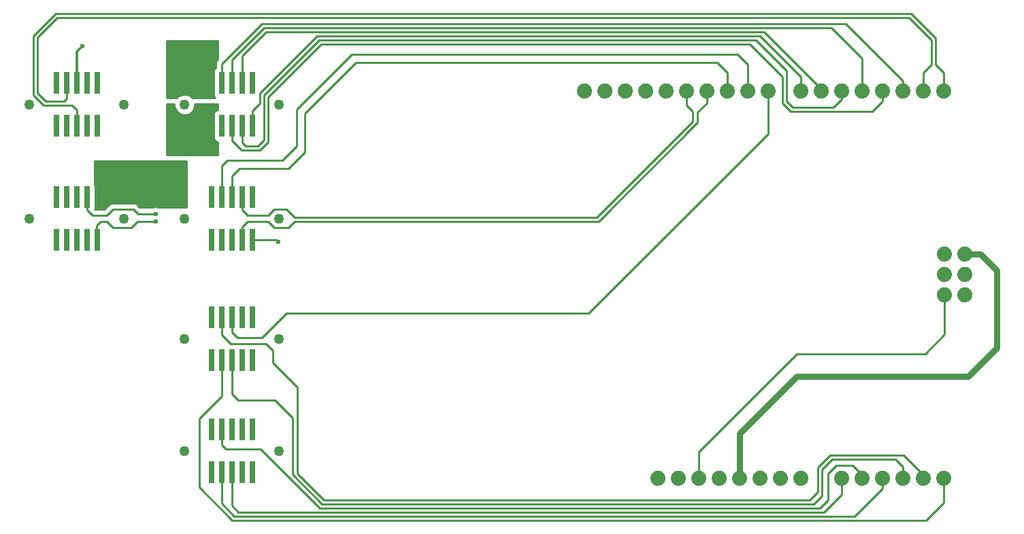
<source format=gtl>
G04 #@! TF.FileFunction,Copper,L1,Top,Signal*
%FSLAX46Y46*%
G04 Gerber Fmt 4.6, Leading zero omitted, Abs format (unit mm)*
G04 Created by KiCad (PCBNEW 4.0.2+dfsg1-stable) date vie 26 may 2017 18:32:50 CEST*
%MOMM*%
G01*
G04 APERTURE LIST*
%ADD10C,0.100000*%
%ADD11C,0.600000*%
%ADD12C,1.879600*%
%ADD13R,0.740000X2.790000*%
%ADD14C,1.270000*%
%ADD15C,0.250000*%
%ADD16C,0.254000*%
%ADD17C,0.800000*%
%ADD18C,0.300000*%
G04 APERTURE END LIST*
D10*
D11*
X116878100Y-63982600D03*
X110909100Y-65506600D03*
X111925100Y-67411600D03*
X114338100Y-65506600D03*
X109258100Y-65506600D03*
X113576100Y-67411600D03*
X115354100Y-63982600D03*
X112306100Y-63728600D03*
X113830100Y-63728600D03*
X115227100Y-67411600D03*
X115862100Y-65506600D03*
X112560100Y-65506600D03*
X107734100Y-63728600D03*
X110782100Y-63728600D03*
X109258100Y-63728600D03*
X120815100Y-61315600D03*
X118783100Y-61315600D03*
X116243100Y-61315600D03*
X116243100Y-59029600D03*
X118783100Y-59029600D03*
X118783100Y-57251600D03*
X116243100Y-57251600D03*
X116243100Y-54203600D03*
X118783100Y-54203600D03*
X121069100Y-48615600D03*
X118783100Y-48615600D03*
X116243100Y-48615600D03*
X118783100Y-51409600D03*
X116243100Y-51409600D03*
D12*
X196761100Y-54203600D03*
X199301100Y-54203600D03*
X201841100Y-54203600D03*
X204381100Y-54203600D03*
X206921100Y-54203600D03*
X209461100Y-54203600D03*
X212001100Y-54203600D03*
X194221100Y-54203600D03*
X174917100Y-54203600D03*
X177457100Y-54203600D03*
X179997100Y-54203600D03*
X182537100Y-54203600D03*
X185077100Y-54203600D03*
X187617100Y-54203600D03*
X190157100Y-54203600D03*
X172377100Y-54203600D03*
X169837100Y-54203600D03*
X167297100Y-54203600D03*
X201841100Y-102463600D03*
X204381100Y-102463600D03*
X206921100Y-102463600D03*
X209461100Y-102463600D03*
X212001100Y-102463600D03*
X199301100Y-102463600D03*
X181521100Y-102463600D03*
X184061100Y-102463600D03*
X186601100Y-102463600D03*
X189141100Y-102463600D03*
X191681100Y-102463600D03*
X194221100Y-102463600D03*
X178981100Y-102463600D03*
X176441100Y-102463600D03*
X214668100Y-79603600D03*
X212128100Y-79603600D03*
X214668100Y-77063600D03*
X212128100Y-77063600D03*
X214668100Y-74523600D03*
X212128100Y-74523600D03*
D13*
X124714000Y-82430000D03*
X124714000Y-87750000D03*
X123444000Y-82430000D03*
X123444000Y-87750000D03*
X120904000Y-87750000D03*
X120904000Y-82430000D03*
X122174000Y-87750000D03*
X122174000Y-82430000D03*
X125984000Y-82430000D03*
X125984000Y-87750000D03*
D14*
X117574000Y-85090000D03*
X129314000Y-85090000D03*
D13*
X124714000Y-96400000D03*
X124714000Y-101720000D03*
X123444000Y-96400000D03*
X123444000Y-101720000D03*
X120904000Y-101720000D03*
X120904000Y-96400000D03*
X122174000Y-101720000D03*
X122174000Y-96400000D03*
X125984000Y-96400000D03*
X125984000Y-101720000D03*
D14*
X117574000Y-99060000D03*
X129314000Y-99060000D03*
D13*
X105410000Y-67444000D03*
X105410000Y-72764000D03*
X104140000Y-67444000D03*
X104140000Y-72764000D03*
X101600000Y-72764000D03*
X101600000Y-67444000D03*
X102870000Y-72764000D03*
X102870000Y-67444000D03*
X106680000Y-67444000D03*
X106680000Y-72764000D03*
D14*
X98270000Y-70104000D03*
X110010000Y-70104000D03*
D13*
X124714000Y-67444000D03*
X124714000Y-72764000D03*
X123444000Y-67444000D03*
X123444000Y-72764000D03*
X120904000Y-72764000D03*
X120904000Y-67444000D03*
X122174000Y-72764000D03*
X122174000Y-67444000D03*
X125984000Y-67444000D03*
X125984000Y-72764000D03*
D14*
X117574000Y-70104000D03*
X129314000Y-70104000D03*
D13*
X124714000Y-53220000D03*
X124714000Y-58540000D03*
X123444000Y-53220000D03*
X123444000Y-58540000D03*
X120904000Y-58540000D03*
X120904000Y-53220000D03*
X122174000Y-58540000D03*
X122174000Y-53220000D03*
X125984000Y-53220000D03*
X125984000Y-58540000D03*
D14*
X117574000Y-55880000D03*
X129314000Y-55880000D03*
D13*
X105410000Y-53220000D03*
X105410000Y-58540000D03*
X104140000Y-53220000D03*
X104140000Y-58540000D03*
X101600000Y-58540000D03*
X101600000Y-53220000D03*
X102870000Y-58540000D03*
X102870000Y-53220000D03*
X106680000Y-53220000D03*
X106680000Y-58540000D03*
D14*
X98270000Y-55880000D03*
X110010000Y-55880000D03*
D11*
X113957100Y-69570600D03*
X113957100Y-70459600D03*
X129197100Y-72999600D03*
X104813100Y-48615600D03*
D15*
X124117100Y-84937600D02*
X127165100Y-84937600D01*
X124117100Y-84937600D02*
X123444000Y-84264500D01*
X123444000Y-82430000D02*
X123444000Y-84264500D01*
X130213100Y-81889600D02*
X167805100Y-81889600D01*
X127165100Y-84937600D02*
X130213100Y-81889600D01*
X190157100Y-59537600D02*
X167805100Y-81889600D01*
X190157100Y-54203600D02*
X190157100Y-59537600D01*
X195834000Y-105664000D02*
X187198000Y-105664000D01*
X206921100Y-101003100D02*
X205994000Y-100076000D01*
X205994000Y-100076000D02*
X198120000Y-100076000D01*
X198120000Y-100076000D02*
X196850000Y-101346000D01*
X196850000Y-101346000D02*
X196850000Y-104648000D01*
X196850000Y-104648000D02*
X195834000Y-105664000D01*
X187198000Y-105664000D02*
X134683500Y-105664000D01*
X134683500Y-105664000D02*
X130975100Y-101955600D01*
X130975100Y-101955600D02*
X130975100Y-94907100D01*
X130975100Y-94907100D02*
X128778000Y-92710000D01*
X128778000Y-92710000D02*
X124206000Y-92710000D01*
X124206000Y-92710000D02*
X123444000Y-91948000D01*
X123444000Y-87750000D02*
X123444000Y-91948000D01*
X206921100Y-101003100D02*
X206921100Y-102463600D01*
X209804000Y-107696000D02*
X201168000Y-107696000D01*
X212001100Y-105498900D02*
X209804000Y-107696000D01*
X201168000Y-107696000D02*
X123507500Y-107696000D01*
X123507500Y-107696000D02*
X119380000Y-103568500D01*
X119380000Y-103568500D02*
X119380000Y-94996000D01*
X119380000Y-94996000D02*
X122174000Y-92202000D01*
X122174000Y-87750000D02*
X122174000Y-92202000D01*
X212001100Y-105498900D02*
X212001100Y-102463600D01*
X131578350Y-91128850D02*
X131578350Y-91541600D01*
X131578350Y-91541600D02*
X131578350Y-101860350D01*
X131578350Y-91128850D02*
X131483100Y-91033600D01*
X131578350Y-91128850D02*
X131483100Y-91033600D01*
X131483100Y-91033600D02*
X128524000Y-88074500D01*
X123291600Y-85699600D02*
X122174000Y-84582000D01*
X122174000Y-84582000D02*
X122174000Y-82430000D01*
X128524000Y-88074500D02*
X128524000Y-86550500D01*
X128524000Y-86550500D02*
X127673100Y-85699600D01*
X127673100Y-85699600D02*
X123291600Y-85699600D01*
X147066000Y-105156000D02*
X138430000Y-105156000D01*
X138430000Y-105156000D02*
X134874000Y-105156000D01*
X207010000Y-99568000D02*
X197866000Y-99568000D01*
X197866000Y-99568000D02*
X196342000Y-101092000D01*
X196342000Y-101092000D02*
X196342000Y-104140000D01*
X196342000Y-104140000D02*
X195326000Y-105156000D01*
X195326000Y-105156000D02*
X147066000Y-105156000D01*
X209461100Y-102019100D02*
X207010000Y-99568000D01*
X134874000Y-105156000D02*
X131578350Y-101860350D01*
X131578350Y-101860350D02*
X131572000Y-101854000D01*
X209461100Y-102463600D02*
X209461100Y-102019100D01*
X209461100Y-102463600D02*
X209461100Y-102273100D01*
X197104000Y-106680000D02*
X188468000Y-106680000D01*
X199301100Y-104482900D02*
X197104000Y-106680000D01*
X188468000Y-106680000D02*
X124269500Y-106680000D01*
X124269500Y-106680000D02*
X123444000Y-105854500D01*
X123444000Y-101720000D02*
X123444000Y-105854500D01*
X199301100Y-104482900D02*
X199301100Y-102463600D01*
X200914000Y-107188000D02*
X192278000Y-107188000D01*
X200914000Y-107188000D02*
X204381100Y-103720900D01*
X204381100Y-102463600D02*
X204381100Y-103720900D01*
X122174000Y-105600500D02*
X123761500Y-107188000D01*
X123761500Y-107188000D02*
X192278000Y-107188000D01*
X122174000Y-105600500D02*
X122174000Y-101720000D01*
X196596000Y-106172000D02*
X187960000Y-106172000D01*
X197612000Y-105156000D02*
X196596000Y-106172000D01*
X197612000Y-101854000D02*
X197612000Y-105156000D01*
X198628000Y-100838000D02*
X197612000Y-101854000D01*
X200660000Y-100838000D02*
X198628000Y-100838000D01*
X201841100Y-102019100D02*
X200660000Y-100838000D01*
X122174000Y-98298000D02*
X122174000Y-96400000D01*
X122682000Y-98806000D02*
X122174000Y-98298000D01*
X127063500Y-98806000D02*
X122682000Y-98806000D01*
X134429500Y-106172000D02*
X127063500Y-98806000D01*
X187960000Y-106172000D02*
X134429500Y-106172000D01*
X201841100Y-102463600D02*
X201841100Y-102019100D01*
X122174000Y-97790000D02*
X122174000Y-96400000D01*
D16*
X111798100Y-69570600D02*
X113957100Y-69570600D01*
X106083100Y-69697600D02*
X105410000Y-69024500D01*
X105410000Y-67444000D02*
X105410000Y-69024500D01*
X111798100Y-69570600D02*
X111163100Y-68935600D01*
X111163100Y-68935600D02*
X108623100Y-68935600D01*
X107861100Y-69697600D02*
X106083100Y-69697600D01*
X108623100Y-68935600D02*
X107861100Y-69697600D01*
X113957100Y-69570600D02*
X113957100Y-69570600D01*
D15*
X113957100Y-69570600D02*
X113957100Y-69570600D01*
D16*
X106591100Y-72852900D02*
X106591100Y-70967600D01*
X106591100Y-70967600D02*
X107099100Y-70459600D01*
X107099100Y-70459600D02*
X107861100Y-70459600D01*
X107861100Y-70459600D02*
X108623100Y-71221600D01*
X108623100Y-71221600D02*
X110909100Y-71221600D01*
X110909100Y-71221600D02*
X111671100Y-70459600D01*
X111671100Y-70459600D02*
X113957100Y-70459600D01*
X168821100Y-69951600D02*
X131229100Y-69951600D01*
X131229100Y-69951600D02*
X130213100Y-68935600D01*
X130213100Y-68935600D02*
X128689100Y-68935600D01*
X128689100Y-68935600D02*
X127927100Y-69697600D01*
X127927100Y-69697600D02*
X125387100Y-69697600D01*
X125387100Y-69697600D02*
X124714000Y-69024500D01*
X124714000Y-69024500D02*
X124714000Y-67444000D01*
X180759100Y-58013600D02*
X168821100Y-69951600D01*
D15*
X180759100Y-58013600D02*
X180759100Y-56743600D01*
X179997100Y-55981600D02*
X179997100Y-54203600D01*
X180759100Y-56743600D02*
X179997100Y-55981600D01*
X180759100Y-58013600D02*
X180759100Y-58013600D01*
D16*
X169075100Y-70459600D02*
X131229100Y-70459600D01*
D15*
X169075100Y-70459600D02*
X181394100Y-58140600D01*
X181394100Y-58140600D02*
X181394100Y-56870600D01*
X182537100Y-54457600D02*
X182537100Y-55727600D01*
X181394100Y-56870600D02*
X182537100Y-55727600D01*
D16*
X124714000Y-71132700D02*
X124714000Y-72764000D01*
X125387100Y-70459600D02*
X124714000Y-71132700D01*
X127927100Y-70459600D02*
X125387100Y-70459600D01*
X128689100Y-71221600D02*
X127927100Y-70459600D01*
X130467100Y-71221600D02*
X128689100Y-71221600D01*
X131229100Y-70459600D02*
X130467100Y-71221600D01*
D15*
X182283100Y-54457600D02*
X182537100Y-54203600D01*
X185077100Y-54203600D02*
X185077100Y-51917600D01*
X123444000Y-64782700D02*
X123444000Y-67444000D01*
X124371100Y-63855600D02*
X123444000Y-64782700D01*
X130467100Y-63855600D02*
X124371100Y-63855600D01*
X132499100Y-61823600D02*
X130467100Y-63855600D01*
X132499100Y-56997600D02*
X132499100Y-61823600D01*
X138849100Y-50647600D02*
X132499100Y-56997600D01*
X183807100Y-50647600D02*
X138849100Y-50647600D01*
X185077100Y-51917600D02*
X183807100Y-50647600D01*
X187617100Y-54203600D02*
X187617100Y-50901600D01*
X122174000Y-63512700D02*
X122174000Y-67444000D01*
X122847100Y-62839600D02*
X122174000Y-63512700D01*
X129705100Y-62839600D02*
X122847100Y-62839600D01*
X131483100Y-61061600D02*
X129705100Y-62839600D01*
X131483100Y-56489600D02*
X131483100Y-61061600D01*
X138341100Y-49631600D02*
X131483100Y-56489600D01*
X186347100Y-49631600D02*
X138341100Y-49631600D01*
X187617100Y-50901600D02*
X186347100Y-49631600D01*
D16*
X127400700Y-72764000D02*
X128961500Y-72764000D01*
X126892700Y-72764000D02*
X125984000Y-72764000D01*
X126892700Y-72764000D02*
X127400700Y-72764000D01*
X128961500Y-72764000D02*
X129197100Y-72999600D01*
D15*
X196761100Y-54203600D02*
X196761100Y-53949600D01*
X124714000Y-49796700D02*
X124714000Y-53220000D01*
X127673100Y-46837600D02*
X124714000Y-49796700D01*
X189649100Y-46837600D02*
X127673100Y-46837600D01*
X196761100Y-53949600D02*
X189649100Y-46837600D01*
X127419100Y-55727600D02*
X127419100Y-54711600D01*
X199301100Y-55219600D02*
X198285100Y-56235600D01*
X198285100Y-56235600D02*
X193205100Y-56235600D01*
X193205100Y-56235600D02*
X192443100Y-55473600D01*
X192443100Y-55473600D02*
X192443100Y-51663600D01*
X192443100Y-51663600D02*
X188633100Y-47853600D01*
X188633100Y-47853600D02*
X136309100Y-47853600D01*
X127419100Y-55727600D02*
X127419100Y-60299600D01*
X127419100Y-60299600D02*
X126657100Y-61061600D01*
X126657100Y-61061600D02*
X125133100Y-61061600D01*
X125133100Y-61061600D02*
X124714000Y-60642500D01*
X124714000Y-58540000D02*
X124714000Y-60642500D01*
X199301100Y-55219600D02*
X199301100Y-54203600D01*
X134277100Y-47853600D02*
X136309100Y-47853600D01*
X127419100Y-54711600D02*
X134277100Y-47853600D01*
X123444000Y-53220000D02*
X123444000Y-50304700D01*
X201841100Y-50139600D02*
X201841100Y-54203600D01*
X198031100Y-46329600D02*
X201841100Y-50139600D01*
X127419100Y-46329600D02*
X198031100Y-46329600D01*
X123444000Y-50304700D02*
X127419100Y-46329600D01*
X127927100Y-55727600D02*
X127927100Y-54965600D01*
X204381100Y-55473600D02*
X203111100Y-56743600D01*
X203111100Y-56743600D02*
X192951100Y-56743600D01*
X192951100Y-56743600D02*
X191935100Y-55727600D01*
X191935100Y-55727600D02*
X191935100Y-52425600D01*
X191935100Y-52425600D02*
X187871100Y-48361600D01*
X187871100Y-48361600D02*
X136309100Y-48361600D01*
X127927100Y-55727600D02*
X127927100Y-60553600D01*
X127927100Y-60553600D02*
X126911100Y-61569600D01*
X126911100Y-61569600D02*
X124625100Y-61569600D01*
X124625100Y-61569600D02*
X123444000Y-60388500D01*
X123444000Y-58540000D02*
X123444000Y-60388500D01*
X204381100Y-55473600D02*
X204381100Y-54203600D01*
X134531100Y-48361600D02*
X136309100Y-48361600D01*
X127927100Y-54965600D02*
X134531100Y-48361600D01*
D17*
X186601100Y-102463600D02*
X186601100Y-96875600D01*
X216573100Y-74523600D02*
X214668100Y-74523600D01*
X218605100Y-76555600D02*
X216573100Y-74523600D01*
X218605100Y-86207600D02*
X218605100Y-76555600D01*
X215049100Y-89763600D02*
X218605100Y-86207600D01*
X193713100Y-89763600D02*
X215049100Y-89763600D01*
X186601100Y-96875600D02*
X193713100Y-89763600D01*
D15*
X206921100Y-54203600D02*
X206921100Y-52933600D01*
X122174000Y-50812700D02*
X122174000Y-53220000D01*
X127165100Y-45821600D02*
X122174000Y-50812700D01*
X199809100Y-45821600D02*
X127165100Y-45821600D01*
X206921100Y-52933600D02*
X199809100Y-45821600D01*
X136055100Y-47345600D02*
X134023100Y-47345600D01*
X194221100Y-52425600D02*
X189141100Y-47345600D01*
X189141100Y-47345600D02*
X136055100Y-47345600D01*
X194221100Y-54203600D02*
X194221100Y-52425600D01*
X126911100Y-55727600D02*
X125984000Y-56654700D01*
X125984000Y-56654700D02*
X125984000Y-58540000D01*
X126911100Y-54457600D02*
X126911100Y-55727600D01*
X134023100Y-47345600D02*
X126911100Y-54457600D01*
D18*
X104140000Y-49288700D02*
X104140000Y-53220000D01*
X104813100Y-48615600D02*
X104140000Y-49288700D01*
D15*
X181521100Y-102463600D02*
X181521100Y-99161600D01*
X181521100Y-99161600D02*
X193713100Y-86969600D01*
X193713100Y-86969600D02*
X209715100Y-86969600D01*
X209715100Y-86969600D02*
X212128100Y-84556600D01*
X212128100Y-84556600D02*
X212128100Y-79603600D01*
X210985100Y-50901600D02*
X212001100Y-51917600D01*
X210985100Y-47599600D02*
X207937100Y-44551600D01*
X207937100Y-44551600D02*
X101511100Y-44551600D01*
X101511100Y-44551600D02*
X98717100Y-47345600D01*
X98717100Y-47345600D02*
X98717100Y-54711600D01*
X98717100Y-54711600D02*
X99987100Y-55981600D01*
X99987100Y-55981600D02*
X103543100Y-55981600D01*
X103543100Y-55981600D02*
X104140000Y-56578500D01*
X104140000Y-58540000D02*
X104140000Y-56578500D01*
X210985100Y-50901600D02*
X210985100Y-47599600D01*
X212001100Y-51917600D02*
X212001100Y-53949600D01*
X212255100Y-53949600D02*
X212001100Y-54203600D01*
X102870000Y-53220000D02*
X102870000Y-55130700D01*
X209461100Y-51917600D02*
X209461100Y-54203600D01*
X210477100Y-50901600D02*
X209461100Y-51917600D01*
X210477100Y-47853600D02*
X210477100Y-50901600D01*
X207683100Y-45059600D02*
X210477100Y-47853600D01*
X101707102Y-45059600D02*
X207683100Y-45059600D01*
X99225100Y-47541602D02*
X101707102Y-45059600D01*
X99225100Y-54457600D02*
X99225100Y-47541602D01*
X100241100Y-55473600D02*
X99225100Y-54457600D01*
X102527100Y-55473600D02*
X100241100Y-55473600D01*
X102870000Y-55130700D02*
X102527100Y-55473600D01*
D16*
G36*
X121704100Y-50207798D02*
X121636599Y-50275299D01*
X121471852Y-50521861D01*
X121414000Y-50812700D01*
X121414000Y-51321374D01*
X121352559Y-51360910D01*
X121207569Y-51573110D01*
X121156560Y-51825000D01*
X121156560Y-54615000D01*
X121200838Y-54850317D01*
X121339910Y-55066441D01*
X121378195Y-55092600D01*
X118582460Y-55092600D01*
X118294337Y-54803974D01*
X117827727Y-54610221D01*
X117322490Y-54609780D01*
X116855542Y-54802718D01*
X116565154Y-55092600D01*
X115354100Y-55092600D01*
X115354100Y-47980600D01*
X121704100Y-47980600D01*
X121704100Y-50207798D01*
X121704100Y-50207798D01*
G37*
X121704100Y-50207798D02*
X121636599Y-50275299D01*
X121471852Y-50521861D01*
X121414000Y-50812700D01*
X121414000Y-51321374D01*
X121352559Y-51360910D01*
X121207569Y-51573110D01*
X121156560Y-51825000D01*
X121156560Y-54615000D01*
X121200838Y-54850317D01*
X121339910Y-55066441D01*
X121378195Y-55092600D01*
X118582460Y-55092600D01*
X118294337Y-54803974D01*
X117827727Y-54610221D01*
X117322490Y-54609780D01*
X116855542Y-54802718D01*
X116565154Y-55092600D01*
X115354100Y-55092600D01*
X115354100Y-47980600D01*
X121704100Y-47980600D01*
X121704100Y-50207798D01*
G36*
X116303780Y-56131510D02*
X116496718Y-56598458D01*
X116853663Y-56956026D01*
X117320273Y-57149779D01*
X117825510Y-57150220D01*
X118292458Y-56957282D01*
X118650026Y-56600337D01*
X118843779Y-56133727D01*
X118844023Y-55854600D01*
X121704100Y-55854600D01*
X121704100Y-56516358D01*
X121568683Y-56541838D01*
X121352559Y-56680910D01*
X121207569Y-56893110D01*
X121156560Y-57145000D01*
X121156560Y-59935000D01*
X121200838Y-60170317D01*
X121339910Y-60386441D01*
X121552110Y-60531431D01*
X121704100Y-60562210D01*
X121704100Y-62204600D01*
X115354100Y-62204600D01*
X115354100Y-55854600D01*
X116304022Y-55854600D01*
X116303780Y-56131510D01*
X116303780Y-56131510D01*
G37*
X116303780Y-56131510D02*
X116496718Y-56598458D01*
X116853663Y-56956026D01*
X117320273Y-57149779D01*
X117825510Y-57150220D01*
X118292458Y-56957282D01*
X118650026Y-56600337D01*
X118843779Y-56133727D01*
X118844023Y-55854600D01*
X121704100Y-55854600D01*
X121704100Y-56516358D01*
X121568683Y-56541838D01*
X121352559Y-56680910D01*
X121207569Y-56893110D01*
X121156560Y-57145000D01*
X121156560Y-59935000D01*
X121200838Y-60170317D01*
X121339910Y-60386441D01*
X121552110Y-60531431D01*
X121704100Y-60562210D01*
X121704100Y-62204600D01*
X115354100Y-62204600D01*
X115354100Y-55854600D01*
X116304022Y-55854600D01*
X116303780Y-56131510D01*
G36*
X117767100Y-68681600D02*
X114254289Y-68681600D01*
X114143899Y-68635762D01*
X113771933Y-68635438D01*
X113660212Y-68681600D01*
X111986731Y-68681600D01*
X111701915Y-68396785D01*
X111701914Y-68396784D01*
X111674719Y-68378613D01*
X111506903Y-68210797D01*
X111464889Y-68182934D01*
X111417100Y-68173600D01*
X108496100Y-68173600D01*
X108446690Y-68183606D01*
X108406297Y-68210797D01*
X108398897Y-68218197D01*
X108331495Y-68231604D01*
X108285255Y-68262501D01*
X108084285Y-68396784D01*
X107545470Y-68935600D01*
X106407878Y-68935600D01*
X106427440Y-68839000D01*
X106427440Y-66049000D01*
X106383162Y-65813683D01*
X106337100Y-65742101D01*
X106337100Y-62966600D01*
X117767100Y-62966600D01*
X117767100Y-68681600D01*
X117767100Y-68681600D01*
G37*
X117767100Y-68681600D02*
X114254289Y-68681600D01*
X114143899Y-68635762D01*
X113771933Y-68635438D01*
X113660212Y-68681600D01*
X111986731Y-68681600D01*
X111701915Y-68396785D01*
X111701914Y-68396784D01*
X111674719Y-68378613D01*
X111506903Y-68210797D01*
X111464889Y-68182934D01*
X111417100Y-68173600D01*
X108496100Y-68173600D01*
X108446690Y-68183606D01*
X108406297Y-68210797D01*
X108398897Y-68218197D01*
X108331495Y-68231604D01*
X108285255Y-68262501D01*
X108084285Y-68396784D01*
X107545470Y-68935600D01*
X106407878Y-68935600D01*
X106427440Y-68839000D01*
X106427440Y-66049000D01*
X106383162Y-65813683D01*
X106337100Y-65742101D01*
X106337100Y-62966600D01*
X117767100Y-62966600D01*
X117767100Y-68681600D01*
M02*

</source>
